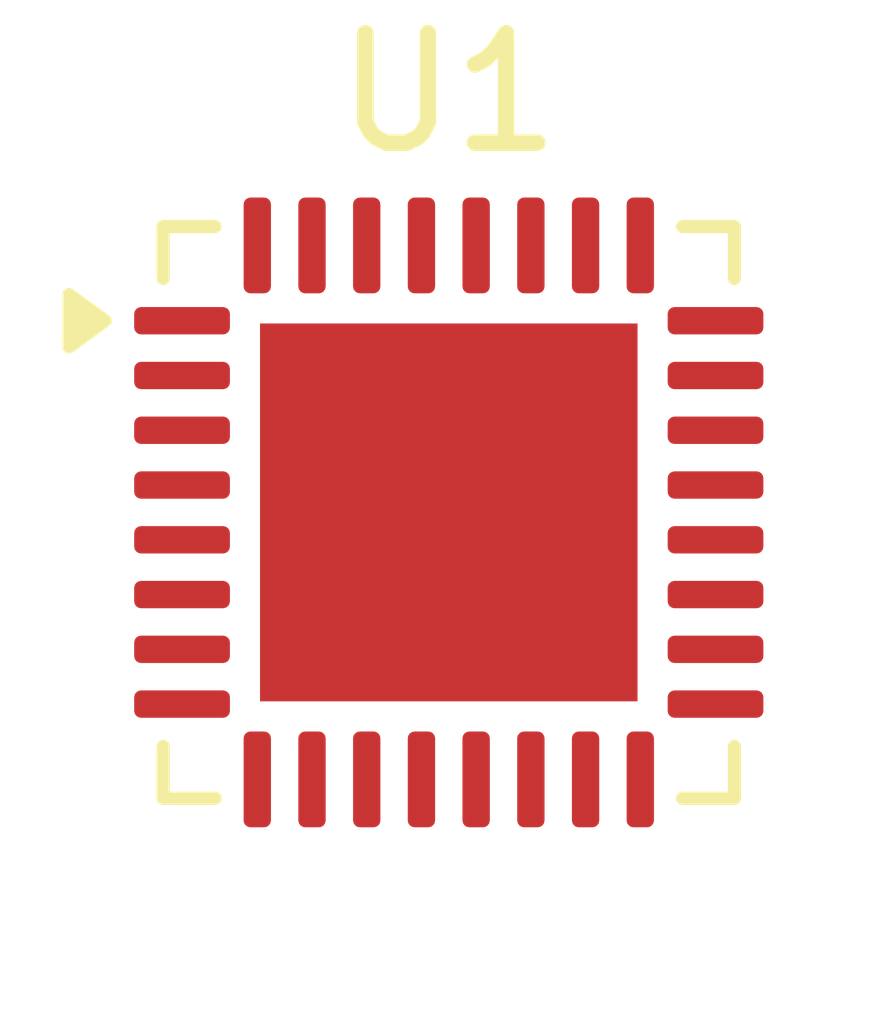
<source format=kicad_pcb>
(kicad_pcb (version 20241229) (generator "pcbnew") (generator_version "9.0")
  (layers (0 "F.Cu" signal) (2 "B.Cu" signal) (13 "F.Paste" user) (15 "B.Paste" user) (5 "F.SilkS" user "F.Silkscreen") (7 "B.SilkS" user "B.Silkscreen") (1 "F.Mask" user) (3 "B.Mask" user) (25 "Edge.Cuts" user))
  (net 0 "")
  (net 2 "Net-(U1-VDD3P3-Pad2)")
  (net 4 "Net-(U1-VDDA-Pad31)")
  (footprint "Package_DFN_QFN:QFN-32-1EP_5x5mm_P0.5mm_EP3.45x3.45mm" (layer "F.Cu") (at 150.5625 99.25)
    (property "Reference" "U1" (at 0 -3.83 0) (layer "F.SilkS"))
    (property "Value" "ESP32-C3")
    (fp_line (start -2.61 -2.61) (end -2.135 -2.61) (stroke (width 0.12)) (layer "F.SilkS"))
    (fp_line (start -2.61 -2.135) (end -2.61 -2.61) (stroke (width 0.12)) (layer "F.SilkS"))
    (fp_line (start -2.61 2.61) (end -2.61 2.135) (stroke (width 0.12)) (layer "F.SilkS"))
    (fp_line (start -2.135 2.61) (end -2.61 2.61) (stroke (width 0.12)) (layer "F.SilkS"))
    (fp_line (start 2.135 -2.61) (end 2.61 -2.61) (stroke (width 0.12)) (layer "F.SilkS"))
    (fp_line (start 2.61 -2.61) (end 2.61 -2.135) (stroke (width 0.12)) (layer "F.SilkS"))
    (fp_line (start 2.61 2.135) (end 2.61 2.61) (stroke (width 0.12)) (layer "F.SilkS"))
    (fp_line (start 2.61 2.61) (end 2.135 2.61) (stroke (width 0.12)) (layer "F.SilkS"))
    (fp_poly (pts (xy -3.14 -1.75) (xy -3.47 -1.51) (xy -3.47 -1.99)) (stroke (width 0.12)) (fill yes) (layer "F.SilkS"))
    (pad "1" smd roundrect (at -2.4375 -1.75) (size 0.875 0.25) (layers "F.Cu" "F.Mask" "F.Paste"))
    (pad "2" smd roundrect (at -2.4375 -1.25) (size 0.875 0.25) (layers "F.Cu" "F.Mask" "F.Paste") (net 2 "Net-(U1-VDD3P3-Pad2)"))
    (pad "3" smd roundrect (at -2.4375 -0.75) (size 0.875 0.25) (layers "F.Cu" "F.Mask" "F.Paste") (net 2 "Net-(U1-VDD3P3-Pad2)"))
    (pad "4" smd roundrect (at -2.4375 -0.25) (size 0.875 0.25) (layers "F.Cu" "F.Mask" "F.Paste"))
    (pad "5" smd roundrect (at -2.4375 0.25) (size 0.875 0.25) (layers "F.Cu" "F.Mask" "F.Paste"))
    (pad "6" smd roundrect (at -2.4375 0.75) (size 0.875 0.25) (layers "F.Cu" "F.Mask" "F.Paste"))
    (pad "7" smd roundrect (at -2.4375 1.25) (size 0.875 0.25) (layers "F.Cu" "F.Mask" "F.Paste"))
    (pad "8" smd roundrect (at -2.4375 1.75) (size 0.875 0.25) (layers "F.Cu" "F.Mask" "F.Paste"))
    (pad "9" smd roundrect (at -1.75 2.4375) (size 0.25 0.875) (layers "F.Cu" "F.Mask" "F.Paste"))
    (pad "10" smd roundrect (at -1.25 2.4375) (size 0.25 0.875) (layers "F.Cu" "F.Mask" "F.Paste"))
    (pad "11" smd roundrect (at -0.75 2.4375) (size 0.25 0.875) (layers "F.Cu" "F.Mask" "F.Paste"))
    (pad "12" smd roundrect (at -0.25 2.4375) (size 0.25 0.875) (layers "F.Cu" "F.Mask" "F.Paste"))
    (pad "13" smd roundrect (at 0.25 2.4375) (size 0.25 0.875) (layers "F.Cu" "F.Mask" "F.Paste"))
    (pad "14" smd roundrect (at 0.75 2.4375) (size 0.25 0.875) (layers "F.Cu" "F.Mask" "F.Paste"))
    (pad "15" smd roundrect (at 1.25 2.4375) (size 0.25 0.875) (layers "F.Cu" "F.Mask" "F.Paste"))
    (pad "16" smd roundrect (at 1.75 2.4375) (size 0.25 0.875) (layers "F.Cu" "F.Mask" "F.Paste"))
    (pad "17" smd roundrect (at 2.4375 1.75) (size 0.875 0.25) (layers "F.Cu" "F.Mask" "F.Paste"))
    (pad "18" smd roundrect (at 2.4375 1.25) (size 0.875 0.25) (layers "F.Cu" "F.Mask" "F.Paste"))
    (pad "19" smd roundrect (at 2.4375 0.75) (size 0.875 0.25) (layers "F.Cu" "F.Mask" "F.Paste"))
    (pad "20" smd roundrect (at 2.4375 0.25) (size 0.875 0.25) (layers "F.Cu" "F.Mask" "F.Paste"))
    (pad "21" smd roundrect (at 2.4375 -0.25) (size 0.875 0.25) (layers "F.Cu" "F.Mask" "F.Paste"))
    (pad "22" smd roundrect (at 2.4375 -0.75) (size 0.875 0.25) (layers "F.Cu" "F.Mask" "F.Paste"))
    (pad "23" smd roundrect (at 2.4375 -1.25) (size 0.875 0.25) (layers "F.Cu" "F.Mask" "F.Paste"))
    (pad "24" smd roundrect (at 2.4375 -1.75) (size 0.875 0.25) (layers "F.Cu" "F.Mask" "F.Paste"))
    (pad "25" smd roundrect (at 1.75 -2.4375) (size 0.25 0.875) (layers "F.Cu" "F.Mask" "F.Paste"))
    (pad "26" smd roundrect (at 1.25 -2.4375) (size 0.25 0.875) (layers "F.Cu" "F.Mask" "F.Paste"))
    (pad "27" smd roundrect (at 0.75 -2.4375) (size 0.25 0.875) (layers "F.Cu" "F.Mask" "F.Paste"))
    (pad "28" smd roundrect (at 0.25 -2.4375) (size 0.25 0.875) (layers "F.Cu" "F.Mask" "F.Paste"))
    (pad "29" smd roundrect (at -0.25 -2.4375) (size 0.25 0.875) (layers "F.Cu" "F.Mask" "F.Paste"))
    (pad "30" smd roundrect (at -0.75 -2.4375) (size 0.25 0.875) (layers "F.Cu" "F.Mask" "F.Paste"))
    (pad "31" smd roundrect (at -1.25 -2.4375) (size 0.25 0.875) (layers "F.Cu" "F.Mask" "F.Paste") (net 4 "Net-(U1-VDDA-Pad31)"))
    (pad "32" smd roundrect (at -1.75 -2.4375) (size 0.25 0.875) (layers "F.Cu" "F.Mask" "F.Paste") (net 4 "Net-(U1-VDDA-Pad31)"))
    (pad "33" smd rect (at 0 0) (size 3.45 3.45) (property pad_prop_heatsink) (layers "F.Cu" "F.Mask"))
  )
)
</source>
